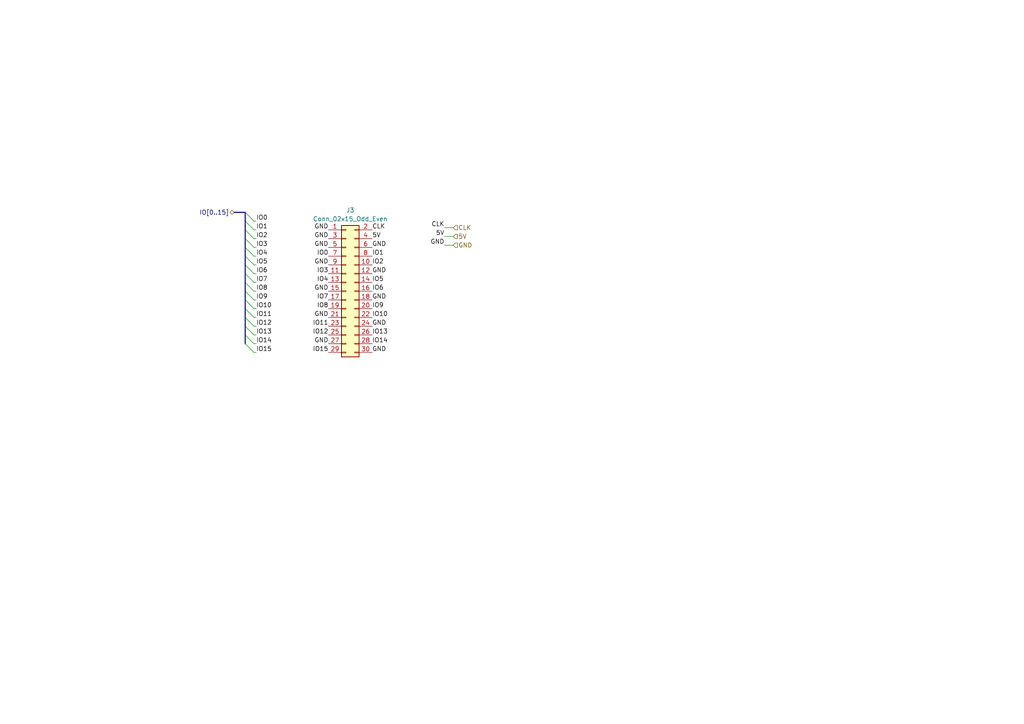
<source format=kicad_sch>
(kicad_sch (version 20231120) (generator "eeschema") (generator_version "8.0")
  (paper "A4")
  (title_block (rev "V1.0"))
  (lib_symbols
    (symbol "Connector_Generic:Conn_02x15_Odd_Even" (pin_names (offset 1.016) hide)
      (property "Reference" "J" (at 1.27 20.32 0))
      (property "Value" "Conn_02x15_Odd_Even" (at 1.27 -20.32 0))
      (symbol "Conn_02x15_Odd_Even_1_1"
        (rectangle (start -1.27 -17.653) (end 0 -17.907) (stroke (width 0.1524)))
        (rectangle (start -1.27 -15.113) (end 0 -15.367) (stroke (width 0.1524)))
        (rectangle (start -1.27 -12.573) (end 0 -12.827) (stroke (width 0.1524)))
        (rectangle (start -1.27 -10.033) (end 0 -10.287) (stroke (width 0.1524)))
        (rectangle (start -1.27 -7.493) (end 0 -7.747) (stroke (width 0.1524)))
        (rectangle (start -1.27 -4.953) (end 0 -5.207) (stroke (width 0.1524)))
        (rectangle (start -1.27 -2.413) (end 0 -2.667) (stroke (width 0.1524)))
        (rectangle (start -1.27 0.127) (end 0 -0.127) (stroke (width 0.1524)))
        (rectangle (start -1.27 2.667) (end 0 2.413) (stroke (width 0.1524)))
        (rectangle (start -1.27 5.207) (end 0 4.953) (stroke (width 0.1524)))
        (rectangle (start -1.27 7.747) (end 0 7.493) (stroke (width 0.1524)))
        (rectangle (start -1.27 10.287) (end 0 10.033) (stroke (width 0.1524)))
        (rectangle (start -1.27 12.827) (end 0 12.573) (stroke (width 0.1524)))
        (rectangle (start -1.27 15.367) (end 0 15.113) (stroke (width 0.1524)))
        (rectangle (start -1.27 17.907) (end 0 17.653) (stroke (width 0.1524)))
        (rectangle (start -1.27 19.05) (end 3.81 -19.05) (stroke (width 0.254)) (fill (type background)))
        (rectangle (start 3.81 -17.653) (end 2.54 -17.907) (stroke (width 0.1524)))
        (rectangle (start 3.81 -15.113) (end 2.54 -15.367) (stroke (width 0.1524)))
        (rectangle (start 3.81 -12.573) (end 2.54 -12.827) (stroke (width 0.1524)))
        (rectangle (start 3.81 -10.033) (end 2.54 -10.287) (stroke (width 0.1524)))
        (rectangle (start 3.81 -7.493) (end 2.54 -7.747) (stroke (width 0.1524)))
        (rectangle (start 3.81 -4.953) (end 2.54 -5.207) (stroke (width 0.1524)))
        (rectangle (start 3.81 -2.413) (end 2.54 -2.667) (stroke (width 0.1524)))
        (rectangle (start 3.81 0.127) (end 2.54 -0.127) (stroke (width 0.1524)))
        (rectangle (start 3.81 2.667) (end 2.54 2.413) (stroke (width 0.1524)))
        (rectangle (start 3.81 5.207) (end 2.54 4.953) (stroke (width 0.1524)))
        (rectangle (start 3.81 7.747) (end 2.54 7.493) (stroke (width 0.1524)))
        (rectangle (start 3.81 10.287) (end 2.54 10.033) (stroke (width 0.1524)))
        (rectangle (start 3.81 12.827) (end 2.54 12.573) (stroke (width 0.1524)))
        (rectangle (start 3.81 15.367) (end 2.54 15.113) (stroke (width 0.1524)))
        (rectangle (start 3.81 17.907) (end 2.54 17.653) (stroke (width 0.1524)))
        (pin passive line (at -5.08 17.78 0) (length 3.81) (name "Pin_1") (number "1"))
        (pin passive line (at 7.62 7.62 180) (length 3.81) (name "Pin_10") (number "10"))
        (pin passive line (at -5.08 5.08 0) (length 3.81) (name "Pin_11") (number "11"))
        (pin passive line (at 7.62 5.08 180) (length 3.81) (name "Pin_12") (number "12"))
        (pin passive line (at -5.08 2.54 0) (length 3.81) (name "Pin_13") (number "13"))
        (pin passive line (at 7.62 2.54 180) (length 3.81) (name "Pin_14") (number "14"))
        (pin passive line (at -5.08 0 0) (length 3.81) (name "Pin_15") (number "15"))
        (pin passive line (at 7.62 0 180) (length 3.81) (name "Pin_16") (number "16"))
        (pin passive line (at -5.08 -2.54 0) (length 3.81) (name "Pin_17") (number "17"))
        (pin passive line (at 7.62 -2.54 180) (length 3.81) (name "Pin_18") (number "18"))
        (pin passive line (at -5.08 -5.08 0) (length 3.81) (name "Pin_19") (number "19"))
        (pin passive line (at 7.62 17.78 180) (length 3.81) (name "Pin_2") (number "2"))
        (pin passive line (at 7.62 -5.08 180) (length 3.81) (name "Pin_20") (number "20"))
        (pin passive line (at -5.08 -7.62 0) (length 3.81) (name "Pin_21") (number "21"))
        (pin passive line (at 7.62 -7.62 180) (length 3.81) (name "Pin_22") (number "22"))
        (pin passive line (at -5.08 -10.16 0) (length 3.81) (name "Pin_23") (number "23"))
        (pin passive line (at 7.62 -10.16 180) (length 3.81) (name "Pin_24") (number "24"))
        (pin passive line (at -5.08 -12.7 0) (length 3.81) (name "Pin_25") (number "25"))
        (pin passive line (at 7.62 -12.7 180) (length 3.81) (name "Pin_26") (number "26"))
        (pin passive line (at -5.08 -15.24 0) (length 3.81) (name "Pin_27") (number "27"))
        (pin passive line (at 7.62 -15.24 180) (length 3.81) (name "Pin_28") (number "28"))
        (pin passive line (at -5.08 -17.78 0) (length 3.81) (name "Pin_29") (number "29"))
        (pin passive line (at -5.08 15.24 0) (length 3.81) (name "Pin_3") (number "3"))
        (pin passive line (at 7.62 -17.78 180) (length 3.81) (name "Pin_30") (number "30"))
        (pin passive line (at 7.62 15.24 180) (length 3.81) (name "Pin_4") (number "4"))
        (pin passive line (at -5.08 12.7 0) (length 3.81) (name "Pin_5") (number "5"))
        (pin passive line (at 7.62 12.7 180) (length 3.81) (name "Pin_6") (number "6"))
        (pin passive line (at -5.08 10.16 0) (length 3.81) (name "Pin_7") (number "7"))
        (pin passive line (at 7.62 10.16 180) (length 3.81) (name "Pin_8") (number "8"))
        (pin passive line (at -5.08 7.62 0) (length 3.81) (name "Pin_9") (number "9"))
      )
    )
  )
  (bus_entry (at 71.12 89.535) (size 2.54 2.54))
  (bus_entry (at 71.12 64.135) (size 2.54 2.54))
  (bus_entry (at 71.12 99.695) (size 2.54 2.54))
  (bus_entry (at 71.12 71.755) (size 2.54 2.54))
  (bus_entry (at 71.12 76.835) (size 2.54 2.54))
  (bus_entry (at 71.12 84.455) (size 2.54 2.54))
  (bus_entry (at 71.12 81.915) (size 2.54 2.54))
  (bus_entry (at 71.12 97.155) (size 2.54 2.54))
  (bus_entry (at 71.12 61.595) (size 2.54 2.54))
  (bus_entry (at 71.12 86.995) (size 2.54 2.54))
  (bus_entry (at 71.12 94.615) (size 2.54 2.54))
  (bus_entry (at 71.12 66.675) (size 2.54 2.54))
  (bus_entry (at 71.12 74.295) (size 2.54 2.54))
  (bus_entry (at 71.12 79.375) (size 2.54 2.54))
  (bus_entry (at 71.12 69.215) (size 2.54 2.54))
  (bus_entry (at 71.12 92.075) (size 2.54 2.54))
  (wire (pts (xy 73.66 89.535) (xy 74.295 89.535)))
  (bus (pts (xy 67.945 61.595) (xy 71.12 61.595)))
  (bus (pts (xy 71.12 76.835) (xy 71.12 79.375)))
  (wire (pts (xy 73.66 74.295) (xy 74.295 74.295)))
  (bus (pts (xy 71.12 84.455) (xy 71.12 86.995)))
  (wire (pts (xy 73.66 79.375) (xy 74.295 79.375)))
  (wire (pts (xy 73.66 97.155) (xy 74.295 97.155)))
  (bus (pts (xy 71.12 89.535) (xy 71.12 92.075)))
  (wire (pts (xy 73.66 99.695) (xy 74.295 99.695)))
  (bus (pts (xy 71.12 86.995) (xy 71.12 89.535)))
  (wire (pts (xy 73.66 69.215) (xy 74.295 69.215)))
  (wire (pts (xy 73.66 64.135) (xy 74.295 64.135)))
  (wire (pts (xy 73.66 94.615) (xy 74.295 94.615)))
  (wire (pts (xy 73.66 86.995) (xy 74.295 86.995)))
  (wire (pts (xy 73.66 66.675) (xy 74.295 66.675)))
  (wire (pts (xy 73.66 71.755) (xy 74.295 71.755)))
  (wire (pts (xy 73.66 76.835) (xy 74.295 76.835)))
  (bus (pts (xy 71.12 94.615) (xy 71.12 97.155)))
  (bus (pts (xy 71.12 74.295) (xy 71.12 76.835)))
  (wire (pts (xy 128.905 71.12) (xy 131.445 71.12)))
  (wire (pts (xy 73.66 81.915) (xy 74.295 81.915)))
  (wire (pts (xy 128.905 68.58) (xy 131.445 68.58)))
  (wire (pts (xy 73.66 84.455) (xy 74.295 84.455)))
  (wire (pts (xy 73.66 102.235) (xy 74.295 102.235)))
  (bus (pts (xy 71.12 81.915) (xy 71.12 84.455)))
  (bus (pts (xy 71.12 97.155) (xy 71.12 99.695)))
  (bus (pts (xy 71.12 64.135) (xy 71.12 66.675)))
  (wire (pts (xy 73.66 92.075) (xy 74.295 92.075)))
  (bus (pts (xy 71.12 92.075) (xy 71.12 94.615)))
  (wire (pts (xy 128.905 66.04) (xy 131.445 66.04)))
  (bus (pts (xy 71.12 69.215) (xy 71.12 71.755)))
  (bus (pts (xy 71.12 79.375) (xy 71.12 81.915)))
  (bus (pts (xy 71.12 71.755) (xy 71.12 74.295)))
  (bus (pts (xy 71.12 61.595) (xy 71.12 64.135)))
  (bus (pts (xy 71.12 66.675) (xy 71.12 69.215)))
  (label "IO10" (at 107.95 92.075 0))
  (label "IO5" (at 74.295 76.835 0))
  (label "IO2" (at 74.295 69.215 0))
  (label "IO13" (at 74.295 97.155 0))
  (label "IO3" (at 74.295 71.755 0))
  (label "GND" (at 95.25 66.675 180))
  (label "GND" (at 95.25 84.455 180))
  (label "GND" (at 128.905 71.12 180))
  (label "IO11" (at 74.295 92.075 0))
  (label "5V" (at 128.905 68.58 180))
  (label "IO7" (at 74.295 81.915 0))
  (label "IO10" (at 74.295 89.535 0))
  (label "IO4" (at 74.295 74.295 0))
  (label "IO6" (at 74.295 79.375 0))
  (label "IO4" (at 95.25 81.915 180))
  (label "IO14" (at 74.295 99.695 0))
  (label "IO2" (at 107.95 76.835 0))
  (label "IO11" (at 95.25 94.615 180))
  (label "IO8" (at 74.295 84.455 0))
  (label "GND" (at 107.95 102.235 0))
  (label "IO8" (at 95.25 89.535 180))
  (label "CLK" (at 107.95 66.675 0))
  (label "IO6" (at 107.95 84.455 0))
  (label "IO12" (at 74.295 94.615 0))
  (label "GND" (at 95.25 76.835 180))
  (label "IO1" (at 74.295 66.675 0))
  (label "IO0" (at 95.25 74.295 180))
  (label "GND" (at 95.25 92.075 180))
  (label "IO9" (at 107.95 89.535 0))
  (label "IO3" (at 95.25 79.375 180))
  (label "GND" (at 95.25 69.215 180))
  (label "GND" (at 95.25 71.755 180))
  (label "GND" (at 107.95 71.755 0))
  (label "IO7" (at 95.25 86.995 180))
  (label "5V" (at 107.95 69.215 0))
  (label "IO0" (at 74.295 64.135 0))
  (label "IO15" (at 95.25 102.235 180))
  (label "IO9" (at 74.295 86.995 0))
  (label "GND" (at 95.25 99.695 180))
  (label "IO13" (at 107.95 97.155 0))
  (label "IO15" (at 74.295 102.235 0))
  (label "IO5" (at 107.95 81.915 0))
  (label "CLK" (at 128.905 66.04 180))
  (label "GND" (at 107.95 94.615 0))
  (label "IO1" (at 107.95 74.295 0))
  (label "IO14" (at 107.95 99.695 0))
  (label "GND" (at 107.95 86.995 0))
  (label "IO12" (at 95.25 97.155 180))
  (label "GND" (at 107.95 79.375 0))
  (hierarchical_label "5V" (shape input) (at 131.445 68.58 0))
  (hierarchical_label "CLK" (shape input) (at 131.445 66.04 0))
  (hierarchical_label "IO[0..15]" (shape tri_state) (at 67.945 61.595 180))
  (hierarchical_label "GND" (shape input) (at 131.445 71.12 0))
  (symbol (lib_id "Connector_Generic:Conn_02x15_Odd_Even") (at 100.33 84.455 0) (unit 1)
    (property "Reference" "J3" (at 101.6 60.96 0))
    (property "Value" "Conn_02x15_Odd_Even" (at 101.6 63.5 0))
    (property "Footprint" "Connector_IDC:IDC-Header_2x15_P2.54mm_Vertical" (effects (hide yes)))
    (property "Description" "Generic connector, double row, 02x15, odd/even pin numbering scheme (row 1 odd numbers, row 2 even numbers), script generated (kicad-library-utils/schlib/autogen/connector/)" (effects (hide yes)))
    (instances (project "ALU" (path "" (reference "J3") (unit 1)) (path "" (reference "J2") (unit 1)) (path "" (reference "J4") (unit 1))))
  )
)
</source>
